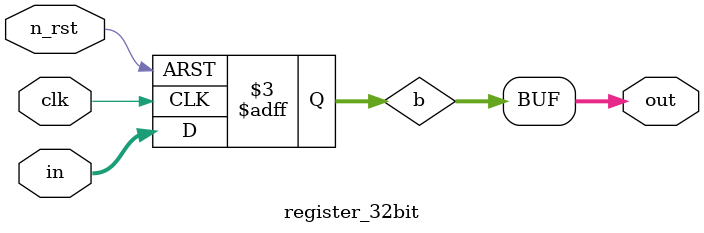
<source format=v>
`timescale 1ns/100ps

module register_32bit(
	clk,
	n_rst,
	in,
	out
);
	input clk, n_rst;
	input [31:0] in;
	output [31:0] out;
	
	reg [31:0] b;

	always@(posedge clk or negedge n_rst)
	begin
		if (!n_rst) begin
			b <= 32'h0000_0000;
		end
		else begin
			b <= in;
		end
	end

	assign out = b;

endmodule

</source>
